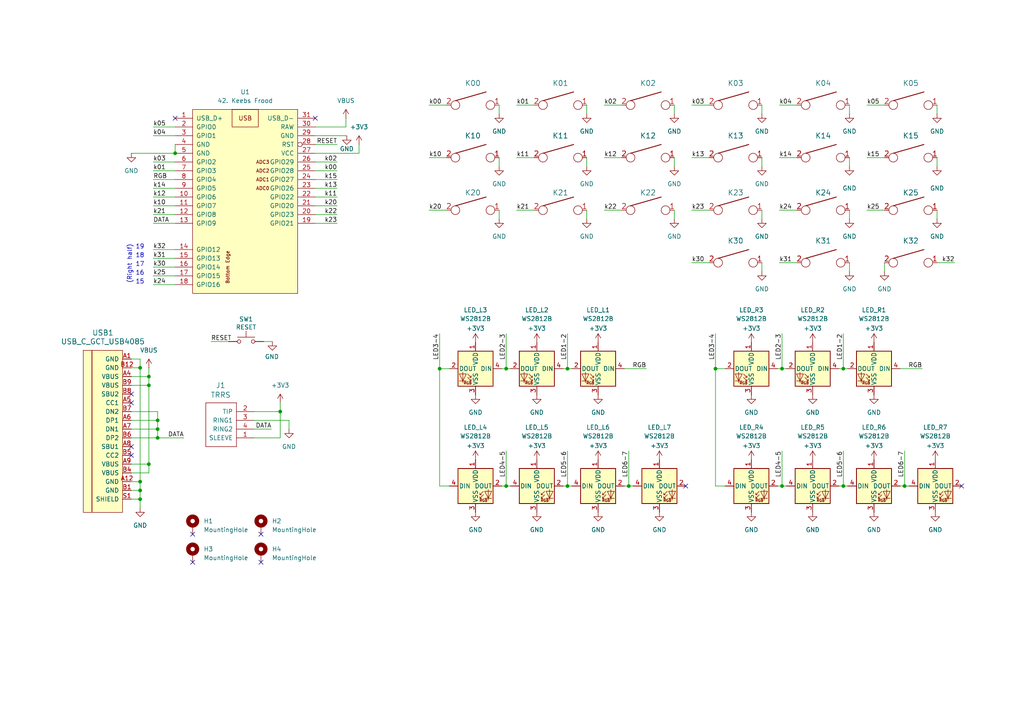
<source format=kicad_sch>
(kicad_sch (version 20231120) (generator "eeschema") (generator_version "8.0")
  (paper "A4")
  (title_block (rev "rev1.0"))
  (lib_symbols
    (symbol "42keebs:Frood" (pin_names (offset 1.016))
      (property "Reference" "U" (at -12.7 27.94 0))
      (property "Value" "Frood" (at 0 2.54 90))
      (symbol "Frood_0_0"
        (text "ADC0" (at 5.08 2.54 0) (effects (font (size 0.9906 0.9906))))
        (text "ADC1" (at 5.08 5.08 0) (effects (font (size 0.9906 0.9906))))
        (text "ADC2" (at 5.08 7.62 0) (effects (font (size 0.9906 0.9906))))
        (text "ADC3" (at 5.08 10.16 0) (effects (font (size 0.9906 0.9906))))
        (text "Bottom Edge" (at -5.08 -20.32 900) (effects (font (size 0.9906 0.9906))))
        (text "USB" (at 0 22.86 0) (effects (font (size 1.27 1.27))))
      )
      (symbol "Frood_0_1"
        (rectangle (start -15.24 25.4) (end 15.24 -27.94) (fill (type background)))
        (rectangle (start 3.81 25.4) (end -3.81 20.32))
      )
      (symbol "Frood_1_1"
        (pin bidirectional line (at -20.32 22.86 0) (length 5.08) (name "USB_D+") (number "1"))
        (pin bidirectional line (at -20.32 0 0) (length 5.08) (name "GPIO6") (number "10"))
        (pin bidirectional line (at -20.32 -2.54 0) (length 5.08) (name "GPIO7") (number "11"))
        (pin bidirectional line (at -20.32 -5.08 0) (length 5.08) (name "GPIO8") (number "12"))
        (pin bidirectional line (at -20.32 -7.62 0) (length 5.08) (name "GPIO9") (number "13"))
        (pin bidirectional line (at -20.32 -15.24 0) (length 5.08) (name "GPIO12") (number "14"))
        (pin bidirectional line (at -20.32 -17.78 0) (length 5.08) (name "GPIO13") (number "15"))
        (pin bidirectional line (at -20.32 -20.32 0) (length 5.08) (name "GPIO14") (number "16"))
        (pin bidirectional line (at -20.32 -22.86 0) (length 5.08) (name "GPIO15") (number "17"))
        (pin bidirectional line (at -20.32 -25.4 0) (length 5.08) (name "GPIO16") (number "18"))
        (pin bidirectional line (at 20.32 -7.62 180) (length 5.08) (name "GPIO21") (number "19"))
        (pin bidirectional line (at -20.32 20.32 0) (length 5.08) (name "GPIO0") (number "2"))
        (pin bidirectional line (at 20.32 -5.08 180) (length 5.08) (name "GPIO23") (number "20"))
        (pin bidirectional line (at 20.32 -2.54 180) (length 5.08) (name "GPIO20") (number "21"))
        (pin bidirectional line (at 20.32 0 180) (length 5.08) (name "GPIO22") (number "22"))
        (pin bidirectional line (at 20.32 2.54 180) (length 5.08) (name "GPIO26") (number "23"))
        (pin bidirectional line (at 20.32 5.08 180) (length 5.08) (name "GPIO27") (number "24"))
        (pin bidirectional line (at 20.32 7.62 180) (length 5.08) (name "GPIO28") (number "25"))
        (pin bidirectional line (at 20.32 10.16 180) (length 5.08) (name "GPIO29") (number "26"))
        (pin power_out line (at 20.32 12.7 180) (length 5.08) (name "VCC") (number "27"))
        (pin input inverted (at 20.32 15.24 180) (length 5.08) (name "RST") (number "28"))
        (pin power_out line (at 20.32 17.78 180) (length 5.08) (name "GND") (number "29"))
        (pin bidirectional line (at -20.32 17.78 0) (length 5.08) (name "GPIO1") (number "3"))
        (pin power_in line (at 20.32 20.32 180) (length 5.08) (name "RAW") (number "30"))
        (pin bidirectional line (at 20.32 22.86 180) (length 5.08) (name "USB_D-") (number "31"))
        (pin power_out line (at -20.32 15.24 0) (length 5.08) (name "GND") (number "4"))
        (pin power_out line (at -20.32 12.7 0) (length 5.08) (name "GND") (number "5"))
        (pin bidirectional line (at -20.32 10.16 0) (length 5.08) (name "GPIO2") (number "6"))
        (pin bidirectional line (at -20.32 7.62 0) (length 5.08) (name "GPIO3") (number "7"))
        (pin bidirectional line (at -20.32 5.08 0) (length 5.08) (name "GPIO4") (number "8"))
        (pin bidirectional line (at -20.32 2.54 0) (length 5.08) (name "GPIO5") (number "9"))
      )
    )
    (symbol "42keebs:USB_C_GCT_USB4085" (pin_names (offset 1.016))
      (property "Reference" "USB1" (at -4.255 26.286 0))
      (property "Value" "USB_C_GCT_USB4085" (at -4.2545 23.5789 0))
      (symbol "USB_C_GCT_USB4085_0_1"
        (rectangle (start -11.43 21.59) (end -8.89 -25.4) (fill (type background)))
        (rectangle (start 0 -25.4) (end -8.89 21.59) (fill (type background)))
      )
      (symbol "USB_C_GCT_USB4085_1_1"
        (pin input line (at 2.54 19.05 180) (length 2.54) (name "GND") (number "A1"))
        (pin input line (at 2.54 -16.51 180) (length 2.54) (name "GND") (number "A12"))
        (pin input line (at 2.54 13.97 180) (length 2.54) (name "VBUS") (number "A4"))
        (pin input line (at 2.54 6.35 180) (length 2.54) (name "CC1") (number "A5"))
        (pin input line (at 2.54 1.27 180) (length 2.54) (name "DP1") (number "A6"))
        (pin input line (at 2.54 -1.27 180) (length 2.54) (name "DN1") (number "A7"))
        (pin input line (at 2.54 -6.35 180) (length 2.54) (name "SBU1") (number "A8"))
        (pin input line (at 2.54 -11.43 180) (length 2.54) (name "VBUS") (number "A9"))
        (pin input line (at 2.54 -19.05 180) (length 2.54) (name "GND") (number "B1"))
        (pin input line (at 2.54 16.51 180) (length 2.54) (name "GND") (number "B12"))
        (pin input line (at 2.54 -13.97 180) (length 2.54) (name "VBUS") (number "B4"))
        (pin input line (at 2.54 -8.89 180) (length 2.54) (name "CC2") (number "B5"))
        (pin input line (at 2.54 -3.81 180) (length 2.54) (name "DP2") (number "B6"))
        (pin input line (at 2.54 3.81 180) (length 2.54) (name "DN2") (number "B7"))
        (pin input line (at 2.54 8.89 180) (length 2.54) (name "SBU2") (number "B8"))
        (pin input line (at 2.54 11.43 180) (length 2.54) (name "VBUS") (number "B9"))
        (pin input line (at 2.54 -21.59 180) (length 2.54) (name "SHIELD") (number "S1"))
      )
    )
    (symbol "LED:WS2812B" (pin_names (offset 0.254))
      (property "Reference" "D" (at 5.08 5.715 0))
      (property "Value" "WS2812B" (at 1.27 -5.715 0))
      (symbol "WS2812B_0_0"
        (text "RGB" (at 2.286 -4.191 0) (effects (font (size 0.762 0.762))))
      )
      (symbol "WS2812B_0_1"
        (polyline (pts (xy 1.27 -3.556) (xy 1.778 -3.556)))
        (polyline (pts (xy 1.27 -2.54) (xy 1.778 -2.54)))
        (polyline (pts (xy 4.699 -3.556) (xy 2.667 -3.556)))
        (polyline (pts (xy 2.286 -2.54) (xy 1.27 -3.556) (xy 1.27 -3.048)))
        (polyline (pts (xy 2.286 -1.524) (xy 1.27 -2.54) (xy 1.27 -2.032)))
        (polyline (pts (xy 3.683 -1.016) (xy 3.683 -3.556) (xy 3.683 -4.064)))
        (polyline (pts (xy 4.699 -1.524) (xy 2.667 -1.524) (xy 3.683 -3.556) (xy 4.699 -1.524)))
        (rectangle (start 5.08 5.08) (end -5.08 -5.08) (stroke (width 0.254)) (fill (type background)))
      )
      (symbol "WS2812B_1_1"
        (pin power_in line (at 0 7.62 270) (length 2.54) (name "VDD") (number "1"))
        (pin output line (at 7.62 0 180) (length 2.54) (name "DOUT") (number "2"))
        (pin power_in line (at 0 -7.62 90) (length 2.54) (name "VSS") (number "3"))
        (pin input line (at -7.62 0 0) (length 2.54) (name "DIN") (number "4"))
      )
    )
    (symbol "Mechanical:MountingHole_Pad" (pin_numbers hide) (pin_names (offset 1.016) hide)
      (property "Reference" "H" (at 0 6.35 0))
      (property "Value" "MountingHole_Pad" (at 0 4.445 0))
      (symbol "MountingHole_Pad_0_1"
        (circle (center 0 1.27) (radius 1.27) (stroke (width 1.27)))
      )
      (symbol "MountingHole_Pad_1_1"
        (pin input line (at 0 -2.54 90) (length 2.54) (name "1") (number "1"))
      )
    )
    (symbol "Switch:SW_Push" (pin_numbers hide) (pin_names (offset 1.016) hide)
      (property "Reference" "SW" (at 1.27 2.54 0))
      (property "Value" "SW_Push" (at 0 -1.524 0))
      (symbol "SW_Push_0_1"
        (circle (center -2.032 0) (radius 0.508))
        (polyline (pts (xy 0 1.27) (xy 0 3.048)))
        (polyline (pts (xy 2.54 1.27) (xy -2.54 1.27)))
        (circle (center 2.032 0) (radius 0.508))
        (pin passive line (at -5.08 0 0) (length 2.54) (name "1") (number "1"))
        (pin passive line (at 5.08 0 180) (length 2.54) (name "2") (number "2"))
      )
    )
    (symbol "keebio:TRRS" (pin_names (offset 1.016))
      (property "Reference" "U" (at 0 15.24 0))
      (property "Value" "TRRS" (at 0 -2.54 0))
      (symbol "TRRS_0_1"
        (rectangle (start -3.81 0) (end -3.81 12.7))
        (rectangle (start -3.81 12.7) (end 5.08 12.7))
        (rectangle (start 5.08 0) (end -3.81 0))
        (rectangle (start 5.08 12.7) (end 5.08 0))
      )
      (symbol "TRRS_1_1"
        (pin input line (at -8.89 2.54 0) (length 5.08) (name "SLEEVE") (number "1"))
        (pin input line (at -8.89 10.16 0) (length 5.08) (name "TIP") (number "2"))
        (pin input line (at -8.89 7.62 0) (length 5.08) (name "RING1") (number "3"))
        (pin input line (at -8.89 5.08 0) (length 5.08) (name "RING2") (number "4"))
      )
    )
    (symbol "keyboard_parts:KEYSW" (pin_names (offset 1.016))
      (property "Reference" "K?" (at -1.27 0 0))
      (symbol "KEYSW_0_1"
        (circle (center -5.08 0) (radius 1.27))
        (polyline (pts (xy -5.08 1.27) (xy 3.81 3.81)) (stroke (width 0.254)))
        (circle (center 5.08 0) (radius 1.27))
      )
      (symbol "KEYSW_1_1"
        (pin passive line (at 7.62 0 180) (length 1.27) (name "~") (number "1"))
        (pin passive line (at -7.62 0 0) (length 1.27) (name "~") (number "2"))
      )
    )
    (symbol "power:+3V3" (power) (pin_names (offset 0))
      (property "Value" "+3V3" (at 0 3.556 0))
      (symbol "+3V3_0_1"
        (polyline (pts (xy -0.762 1.27) (xy 0 2.54)))
        (polyline (pts (xy 0 0) (xy 0 2.54)))
        (polyline (pts (xy 0 2.54) (xy 0.762 1.27)))
      )
      (symbol "+3V3_1_1"
        (pin power_in line (at 0 0 90) (length 0) hide (name "+3V3") (number "1"))
      )
    )
    (symbol "power:GND" (power) (pin_names (offset 0))
      (property "Value" "GND" (at 0 -3.81 0))
      (symbol "GND_0_1"
        (polyline (pts (xy 0 0) (xy 0 -1.27) (xy 1.27 -1.27) (xy 0 -2.54) (xy -1.27 -1.27) (xy 0 -1.27)))
      )
      (symbol "GND_1_1"
        (pin power_in line (at 0 0 270) (length 0) hide (name "GND") (number "1"))
      )
    )
    (symbol "power:VBUS" (power) (pin_numbers hide) (pin_names (offset 0) hide)
      (property "Value" "VBUS" (at 0 3.556 0))
      (symbol "VBUS_0_1"
        (polyline (pts (xy -0.762 1.27) (xy 0 2.54)))
        (polyline (pts (xy 0 0) (xy 0 2.54)))
        (polyline (pts (xy 0 2.54) (xy 0.762 1.27)))
      )
      (symbol "VBUS_1_1"
        (pin power_in line (at 0 0 90) (length 0) (name "~") (number "1"))
      )
    )
  )
  (junction (at 40.64 106.68))
  (junction (at 244.602 140.97))
  (junction (at 127.508 106.934))
  (junction (at 40.64 142.24))
  (junction (at 226.822 106.934))
  (junction (at 40.64 144.78))
  (junction (at 43.18 111.76))
  (junction (at 50.8 44.45))
  (junction (at 45.72 121.92))
  (junction (at 146.812 140.97))
  (junction (at 182.372 140.97))
  (junction (at 244.602 106.934))
  (junction (at 45.72 124.46))
  (junction (at 262.382 140.97))
  (junction (at 45.72 127))
  (junction (at 81.28 119.38))
  (junction (at 207.518 106.934))
  (junction (at 43.18 134.62))
  (junction (at 164.592 140.97))
  (junction (at 43.18 109.22))
  (junction (at 40.64 139.7))
  (junction (at 146.812 106.934))
  (junction (at 226.822 140.97))
  (junction (at 164.592 106.934))
  (no_connect (at 55.88 163.068))
  (no_connect (at 50.8 34.29))
  (no_connect (at 55.88 154.94))
  (no_connect (at 38.1 114.3))
  (no_connect (at 278.892 140.97))
  (no_connect (at 75.692 154.94))
  (no_connect (at 91.44 34.29))
  (no_connect (at 198.882 140.97))
  (no_connect (at 38.1 116.84))
  (no_connect (at 75.692 163.068))
  (no_connect (at 38.1 132.08))
  (no_connect (at 38.1 129.54))
  (wire (pts (xy 149.86 60.96) (xy 154.94 60.96)))
  (wire (pts (xy 38.1 124.46) (xy 45.72 124.46)))
  (wire (pts (xy 44.45 57.15) (xy 50.8 57.15)))
  (wire (pts (xy 243.332 106.934) (xy 244.602 106.934)))
  (wire (pts (xy 244.602 106.934) (xy 245.872 106.934)))
  (wire (pts (xy 44.45 62.23) (xy 50.8 62.23)))
  (wire (pts (xy 200.66 45.72) (xy 205.74 45.72)))
  (wire (pts (xy 44.45 36.83) (xy 50.8 36.83)))
  (wire (pts (xy 244.602 96.774) (xy 244.602 106.934)))
  (wire (pts (xy 251.46 30.48) (xy 256.54 30.48)))
  (wire (pts (xy 38.1 127) (xy 45.72 127)))
  (wire (pts (xy 100.584 39.37) (xy 91.44 39.37)))
  (wire (pts (xy 163.322 106.934) (xy 164.592 106.934)))
  (wire (pts (xy 43.18 137.16) (xy 43.18 134.62)))
  (wire (pts (xy 210.312 106.934) (xy 207.518 106.934)))
  (wire (pts (xy 124.46 45.72) (xy 129.54 45.72)))
  (wire (pts (xy 200.66 60.96) (xy 205.74 60.96)))
  (wire (pts (xy 61.214 99.06) (xy 66.294 99.06)))
  (wire (pts (xy 149.86 45.72) (xy 154.94 45.72)))
  (wire (pts (xy 182.372 140.97) (xy 183.642 140.97)))
  (wire (pts (xy 38.1 109.22) (xy 43.18 109.22)))
  (wire (pts (xy 45.72 119.38) (xy 45.72 121.92)))
  (wire (pts (xy 91.44 36.83) (xy 100.33 36.83)))
  (wire (pts (xy 91.44 59.69) (xy 97.79 59.69)))
  (wire (pts (xy 225.552 140.97) (xy 226.822 140.97)))
  (wire (pts (xy 130.302 106.934) (xy 127.508 106.934)))
  (wire (pts (xy 226.822 106.934) (xy 228.092 106.934)))
  (wire (pts (xy 91.44 52.07) (xy 97.79 52.07)))
  (wire (pts (xy 175.26 60.96) (xy 180.34 60.96)))
  (wire (pts (xy 38.1 142.24) (xy 40.64 142.24)))
  (wire (pts (xy 44.45 39.37) (xy 50.8 39.37)))
  (wire (pts (xy 251.46 60.96) (xy 256.54 60.96)))
  (wire (pts (xy 38.1 44.45) (xy 50.8 44.45)))
  (wire (pts (xy 38.1 104.14) (xy 40.64 104.14)))
  (wire (pts (xy 195.58 63.5) (xy 195.58 60.96)))
  (wire (pts (xy 144.78 63.5) (xy 144.78 60.96)))
  (wire (pts (xy 246.38 48.26) (xy 246.38 45.72)))
  (wire (pts (xy 220.98 48.26) (xy 220.98 45.72)))
  (wire (pts (xy 144.78 48.26) (xy 144.78 45.72)))
  (wire (pts (xy 207.518 96.774) (xy 207.518 106.934)))
  (wire (pts (xy 175.26 45.72) (xy 180.34 45.72)))
  (wire (pts (xy 246.38 78.74) (xy 246.38 76.2)))
  (wire (pts (xy 243.332 140.97) (xy 244.602 140.97)))
  (wire (pts (xy 44.45 46.99) (xy 50.8 46.99)))
  (wire (pts (xy 50.8 41.91) (xy 50.8 44.45)))
  (wire (pts (xy 271.78 48.26) (xy 271.78 45.72)))
  (wire (pts (xy 40.64 144.78) (xy 40.64 147.32)))
  (wire (pts (xy 145.542 140.97) (xy 146.812 140.97)))
  (wire (pts (xy 127.508 96.774) (xy 127.508 106.934)))
  (wire (pts (xy 200.66 76.2) (xy 205.74 76.2)))
  (wire (pts (xy 44.45 59.69) (xy 50.8 59.69)))
  (wire (pts (xy 164.592 130.81) (xy 164.592 140.97)))
  (wire (pts (xy 44.45 77.47) (xy 50.8 77.47)))
  (wire (pts (xy 44.45 64.77) (xy 50.8 64.77)))
  (wire (pts (xy 226.06 45.72) (xy 231.14 45.72)))
  (wire (pts (xy 91.44 64.77) (xy 97.79 64.77)))
  (wire (pts (xy 100.33 36.83) (xy 100.33 34.29)))
  (wire (pts (xy 76.454 99.06) (xy 78.994 99.06)))
  (wire (pts (xy 200.66 30.48) (xy 205.74 30.48)))
  (wire (pts (xy 261.112 140.97) (xy 262.382 140.97)))
  (wire (pts (xy 262.382 130.81) (xy 262.382 140.97)))
  (wire (pts (xy 220.98 78.74) (xy 220.98 76.2)))
  (wire (pts (xy 91.44 54.61) (xy 97.79 54.61)))
  (wire (pts (xy 271.78 63.5) (xy 271.78 60.96)))
  (wire (pts (xy 124.46 60.96) (xy 129.54 60.96)))
  (wire (pts (xy 182.372 130.81) (xy 182.372 140.97)))
  (wire (pts (xy 144.78 33.02) (xy 144.78 30.48)))
  (wire (pts (xy 195.58 48.26) (xy 195.58 45.72)))
  (wire (pts (xy 170.18 63.5) (xy 170.18 60.96)))
  (wire (pts (xy 73.66 121.92) (xy 83.82 121.92)))
  (wire (pts (xy 83.82 124.46) (xy 83.82 121.92)))
  (wire (pts (xy 246.38 63.5) (xy 246.38 60.96)))
  (wire (pts (xy 225.552 106.934) (xy 226.822 106.934)))
  (wire (pts (xy 91.44 57.15) (xy 97.79 57.15)))
  (wire (pts (xy 226.822 140.97) (xy 228.092 140.97)))
  (wire (pts (xy 164.592 140.97) (xy 165.862 140.97)))
  (wire (pts (xy 43.18 111.76) (xy 43.18 109.22)))
  (wire (pts (xy 244.602 130.81) (xy 244.602 140.97)))
  (wire (pts (xy 91.44 41.91) (xy 97.79 41.91)))
  (wire (pts (xy 164.592 106.934) (xy 165.862 106.934)))
  (wire (pts (xy 207.518 140.97) (xy 210.312 140.97)))
  (wire (pts (xy 226.06 30.48) (xy 231.14 30.48)))
  (wire (pts (xy 124.46 30.48) (xy 129.54 30.48)))
  (wire (pts (xy 44.45 74.93) (xy 50.8 74.93)))
  (wire (pts (xy 73.66 124.46) (xy 78.74 124.46)))
  (wire (pts (xy 170.18 48.26) (xy 170.18 45.72)))
  (wire (pts (xy 187.452 106.934) (xy 181.102 106.934)))
  (wire (pts (xy 91.44 44.45) (xy 104.14 44.45)))
  (wire (pts (xy 38.1 134.62) (xy 43.18 134.62)))
  (wire (pts (xy 175.26 30.48) (xy 180.34 30.48)))
  (wire (pts (xy 226.822 130.81) (xy 226.822 140.97)))
  (wire (pts (xy 43.18 134.62) (xy 43.18 111.76)))
  (wire (pts (xy 40.64 142.24) (xy 40.64 144.78)))
  (wire (pts (xy 81.28 127) (xy 73.66 127)))
  (wire (pts (xy 38.1 144.78) (xy 40.64 144.78)))
  (wire (pts (xy 226.822 96.774) (xy 226.822 106.934)))
  (wire (pts (xy 146.812 130.81) (xy 146.812 140.97)))
  (wire (pts (xy 91.44 46.99) (xy 97.79 46.99)))
  (wire (pts (xy 262.382 140.97) (xy 263.652 140.97)))
  (wire (pts (xy 145.542 106.934) (xy 146.812 106.934)))
  (wire (pts (xy 91.44 62.23) (xy 97.79 62.23)))
  (wire (pts (xy 244.602 140.97) (xy 245.872 140.97)))
  (wire (pts (xy 40.64 106.68) (xy 40.64 139.7)))
  (wire (pts (xy 38.1 137.16) (xy 43.18 137.16)))
  (wire (pts (xy 81.28 116.84) (xy 81.28 119.38)))
  (wire (pts (xy 207.518 106.934) (xy 207.518 140.97)))
  (wire (pts (xy 73.66 119.38) (xy 81.28 119.38)))
  (wire (pts (xy 38.1 119.38) (xy 45.72 119.38)))
  (wire (pts (xy 38.1 139.7) (xy 40.64 139.7)))
  (wire (pts (xy 44.45 80.01) (xy 50.8 80.01)))
  (wire (pts (xy 267.462 106.934) (xy 261.112 106.934)))
  (wire (pts (xy 127.508 106.934) (xy 127.508 140.97)))
  (wire (pts (xy 146.812 140.97) (xy 148.082 140.97)))
  (wire (pts (xy 45.72 127) (xy 53.34 127)))
  (wire (pts (xy 81.28 119.38) (xy 81.28 127)))
  (wire (pts (xy 195.58 33.02) (xy 195.58 30.48)))
  (wire (pts (xy 251.46 45.72) (xy 256.54 45.72)))
  (wire (pts (xy 44.45 49.53) (xy 50.8 49.53)))
  (wire (pts (xy 163.322 140.97) (xy 164.592 140.97)))
  (wire (pts (xy 226.06 60.96) (xy 231.14 60.96)))
  (wire (pts (xy 170.18 33.02) (xy 170.18 30.48)))
  (wire (pts (xy 226.06 76.2) (xy 231.14 76.2)))
  (wire (pts (xy 104.14 41.91) (xy 104.14 44.45)))
  (wire (pts (xy 43.18 109.22) (xy 43.18 106.68)))
  (wire (pts (xy 271.78 33.02) (xy 271.78 30.48)))
  (wire (pts (xy 38.1 106.68) (xy 40.64 106.68)))
  (wire (pts (xy 45.72 124.46) (xy 45.72 127)))
  (wire (pts (xy 246.38 33.02) (xy 246.38 30.48)))
  (wire (pts (xy 276.86 76.2) (xy 271.78 76.2)))
  (wire (pts (xy 38.1 111.76) (xy 43.18 111.76)))
  (wire (pts (xy 44.45 72.39) (xy 50.8 72.39)))
  (wire (pts (xy 146.812 106.934) (xy 148.082 106.934)))
  (wire (pts (xy 181.102 140.97) (xy 182.372 140.97)))
  (wire (pts (xy 44.45 54.61) (xy 50.8 54.61)))
  (wire (pts (xy 220.98 33.02) (xy 220.98 30.48)))
  (wire (pts (xy 146.812 96.774) (xy 146.812 106.934)))
  (wire (pts (xy 40.64 104.14) (xy 40.64 106.68)))
  (wire (pts (xy 149.86 30.48) (xy 154.94 30.48)))
  (wire (pts (xy 164.592 96.774) (xy 164.592 106.934)))
  (wire (pts (xy 44.45 82.55) (xy 50.8 82.55)))
  (wire (pts (xy 44.45 52.07) (xy 50.8 52.07)))
  (wire (pts (xy 40.64 139.7) (xy 40.64 142.24)))
  (wire (pts (xy 256.54 78.74) (xy 256.54 76.2)))
  (wire (pts (xy 91.44 49.53) (xy 97.79 49.53)))
  (wire (pts (xy 45.72 121.92) (xy 45.72 124.46)))
  (wire (pts (xy 220.98 63.5) (xy 220.98 60.96)))
  (wire (pts (xy 127.508 140.97) (xy 130.302 140.97)))
  (wire (pts (xy 38.1 121.92) (xy 45.72 121.92)))
  (text "16" (at 41.91 80.01 0) (effects (font (size 1.27 1.27)) (justify right bottom)))
  (text "17" (at 41.91 77.47 0) (effects (font (size 1.27 1.27)) (justify right bottom)))
  (text "18" (at 41.91 74.93 0) (effects (font (size 1.27 1.27)) (justify right bottom)))
  (text "19" (at 41.91 72.39 0) (effects (font (size 1.27 1.27)) (justify right bottom)))
  (text "15" (at 41.91 82.55 0) (effects (font (size 1.27 1.27)) (justify right bottom)))
  (text "(Right half)" (at 38.354 70.866 90) (effects (font (size 1.27 1.27)) (justify right bottom)))
  (label "k20" (at 97.79 59.69 180))
  (label "LED2-3" (at 226.822 96.774 270))
  (label "DATA" (at 78.74 124.46 180))
  (label "k01" (at 44.45 49.53 0))
  (label "k03" (at 44.45 46.99 0))
  (label "k30" (at 200.66 76.2 0))
  (label "k02" (at 175.26 30.48 0))
  (label "LED2-3" (at 146.812 96.774 270))
  (label "k05" (at 44.45 36.83 0))
  (label "k04" (at 226.06 30.48 0))
  (label "LED6-7" (at 182.372 130.81 270))
  (label "LED4-5" (at 226.822 130.81 270))
  (label "k30" (at 44.45 77.47 0))
  (label "k11" (at 97.79 57.15 180))
  (label "LED1-2" (at 244.602 96.774 270))
  (label "k00" (at 124.46 30.48 0))
  (label "k10" (at 44.45 59.69 0))
  (label "k03" (at 200.66 30.48 0))
  (label "RESET" (at 61.214 99.06 0))
  (label "RGB" (at 44.45 52.07 0))
  (label "k15" (at 251.46 45.72 0))
  (label "k23" (at 200.66 60.96 0))
  (label "k32" (at 44.45 72.39 0))
  (label "LED1-2" (at 164.592 96.774 270))
  (label "k25" (at 44.45 80.01 0))
  (label "k24" (at 226.06 60.96 0))
  (label "DATA" (at 44.45 64.77 0))
  (label "k05" (at 251.46 30.48 0))
  (label "LED6-7" (at 262.382 130.81 270))
  (label "k22" (at 175.26 60.96 0))
  (label "LED3-4" (at 207.518 96.774 270))
  (label "k12" (at 44.45 57.15 0))
  (label "k01" (at 149.86 30.48 0))
  (label "k10" (at 124.46 45.72 0))
  (label "k00" (at 97.79 49.53 180))
  (label "RGB" (at 267.462 106.934 180))
  (label "LED3-4" (at 127.508 96.774 270))
  (label "k21" (at 44.45 62.23 0))
  (label "k31" (at 44.45 74.93 0))
  (label "k32" (at 276.86 76.2 180))
  (label "DATA" (at 53.34 127 180))
  (label "k15" (at 97.79 52.07 180))
  (label "k14" (at 226.06 45.72 0))
  (label "k12" (at 175.26 45.72 0))
  (label "LED5-6" (at 244.602 130.81 270))
  (label "k04" (at 44.45 39.37 0))
  (label "RGB" (at 187.452 106.934 180))
  (label "k11" (at 149.86 45.72 0))
  (label "k22" (at 97.79 62.23 180))
  (label "k02" (at 97.79 46.99 180))
  (label "k13" (at 97.79 54.61 180))
  (label "k24" (at 44.45 82.55 0))
  (label "LED4-5" (at 146.812 130.81 270))
  (label "k31" (at 226.06 76.2 0))
  (label "k13" (at 200.66 45.72 0))
  (label "k14" (at 44.45 54.61 0))
  (label "k21" (at 149.86 60.96 0))
  (label "RESET" (at 97.79 41.91 180))
  (label "k25" (at 251.46 60.96 0))
  (label "k23" (at 97.79 64.77 180))
  (label "LED5-6" (at 164.592 130.81 270))
  (label "k20" (at 124.46 60.96 0))
  (symbol (lib_id "power:GND") (at 253.492 148.59 0) (unit 1)
    (property "Reference" "#PWR08" (effects (hide yes)))
    (property "Value" "GND" (at 253.492 153.67 0))
  )
  (symbol (lib_id "keyboard_parts:KEYSW") (at 264.16 76.2 0) (unit 1)
    (property "Reference" "K32" (at 264.16 69.85 0) (effects (font (size 1.524 1.524))))
    (property "Value" "KEYSW" (effects (hide yes)))
    (property "Footprint" "42keebs:Kailh_MX_Socket-reversible-with-cutouts" (effects (hide yes)))
  )
  (symbol (lib_id "power:GND") (at 217.932 114.554 0) (unit 1)
    (property "Reference" "#PWR018" (effects (hide yes)))
    (property "Value" "GND" (at 217.932 119.634 0))
  )
  (symbol (lib_id "LED:WS2812B") (at 235.712 106.934 0) (mirror y) (unit 1)
    (property "Reference" "LED_R2" (at 235.712 89.916 0))
    (property "Value" "WS2812B" (at 235.712 92.456 0))
    (property "Footprint" "LED_SMD:LED_WS2812B_PLCC4_5.0x5.0mm_P3.2mm" (effects (hide yes)))
    (property "Datasheet" "https://cdn-shop.adafruit.com/datasheets/WS2812B.pdf" (effects (hide yes)))
  )
  (symbol (lib_id "LED:WS2812B") (at 173.482 106.934 0) (mirror y) (unit 1)
    (property "Reference" "LED_L1" (at 173.482 89.916 0))
    (property "Value" "WS2812B" (at 173.482 92.456 0))
    (property "Footprint" "LED_SMD:LED_WS2812B_PLCC4_5.0x5.0mm_P3.2mm" (effects (hide yes)))
    (property "Datasheet" "https://cdn-shop.adafruit.com/datasheets/WS2812B.pdf" (effects (hide yes)))
  )
  (symbol (lib_id "power:GND") (at 195.58 48.26 0) (unit 1)
    (property "Reference" "#PWR0104" (effects (hide yes)))
    (property "Value" "GND" (at 195.58 53.34 0))
  )
  (symbol (lib_id "Mechanical:MountingHole_Pad") (at 55.88 152.4 0) (unit 1)
    (property "Reference" "H1" (at 59.055 151.1299 0) (effects (justify left)))
    (property "Value" "MountingHole" (at 59.055 153.6699 0) (effects (justify left)))
    (property "Footprint" "cantor:Standoff_Hole" (effects (hide yes)))
  )
  (symbol (lib_id "power:GND") (at 235.712 148.59 0) (unit 1)
    (property "Reference" "#PWR06" (effects (hide yes)))
    (property "Value" "GND" (at 235.712 153.67 0))
  )
  (symbol (lib_id "power:+3V3") (at 271.272 133.35 0) (unit 1)
    (property "Reference" "#PWR025" (effects (hide yes)))
    (property "Value" "+3V3" (at 271.272 129.286 0))
  )
  (symbol (lib_id "power:GND") (at 173.482 148.59 0) (unit 1)
    (property "Reference" "#PWR016" (effects (hide yes)))
    (property "Value" "GND" (at 173.482 153.67 0))
  )
  (symbol (lib_id "power:GND") (at 217.932 148.59 0) (unit 1)
    (property "Reference" "#PWR020" (effects (hide yes)))
    (property "Value" "GND" (at 217.932 153.67 0))
  )
  (symbol (lib_id "power:GND") (at 191.262 148.59 0) (unit 1)
    (property "Reference" "#PWR028" (effects (hide yes)))
    (property "Value" "GND" (at 191.262 153.67 0))
  )
  (symbol (lib_id "keyboard_parts:KEYSW") (at 238.76 60.96 0) (unit 1)
    (property "Reference" "K24" (at 238.76 55.88 0) (effects (font (size 1.524 1.524))))
    (property "Value" "KEYSW" (effects (hide yes)))
    (property "Footprint" "42keebs:Kailh_MX_Socket-reversible-with-cutouts" (effects (hide yes)))
  )
  (symbol (lib_id "power:GND") (at 83.82 124.46 0) (unit 1)
    (property "Reference" "#PWR0126" (effects (hide yes)))
    (property "Value" "GND" (at 83.82 129.54 0))
  )
  (symbol (lib_id "keyboard_parts:KEYSW") (at 137.16 30.48 0) (unit 1)
    (property "Reference" "K00" (at 137.16 24.13 0) (effects (font (size 1.524 1.524))))
    (property "Value" "KEYSW" (effects (hide yes)))
    (property "Footprint" "42keebs:Kailh_MX_Socket-reversible-with-cutouts" (effects (hide yes)))
  )
  (symbol (lib_id "42keebs:USB_C_GCT_USB4085") (at 35.56 123.19 0) (unit 1)
    (property "Reference" "USB1" (at 29.845 96.52 0) (effects (font (size 1.524 1.524))))
    (property "Value" "USB_C_GCT_USB4085" (at 29.845 99.06 0) (effects (font (size 1.524 1.524))))
    (property "Footprint" "42keebs:USB_C_GCT_USB4085-offset-pads-double-sided-with-cutouts" (effects (hide yes)))
  )
  (symbol (lib_id "keyboard_parts:KEYSW") (at 264.16 45.72 0) (unit 1)
    (property "Reference" "K15" (at 264.16 39.37 0) (effects (font (size 1.524 1.524))))
    (property "Value" "KEYSW" (effects (hide yes)))
    (property "Footprint" "42keebs:Kailh_MX_Socket-reversible-with-cutouts" (effects (hide yes)))
  )
  (symbol (lib_id "power:+3V3") (at 155.702 99.314 0) (unit 1)
    (property "Reference" "#PWR09" (effects (hide yes)))
    (property "Value" "+3V3" (at 155.702 95.25 0))
  )
  (symbol (lib_id "LED:WS2812B") (at 253.492 106.934 0) (mirror y) (unit 1)
    (property "Reference" "LED_R1" (at 253.492 89.916 0))
    (property "Value" "WS2812B" (at 253.492 92.456 0))
    (property "Footprint" "LED_SMD:LED_WS2812B_PLCC4_5.0x5.0mm_P3.2mm" (effects (hide yes)))
    (property "Datasheet" "https://cdn-shop.adafruit.com/datasheets/WS2812B.pdf" (effects (hide yes)))
  )
  (symbol (lib_id "Mechanical:MountingHole_Pad") (at 75.692 152.4 0) (unit 1)
    (property "Reference" "H2" (at 78.867 151.1299 0) (effects (justify left)))
    (property "Value" "MountingHole" (at 78.867 153.6699 0) (effects (justify left)))
    (property "Footprint" "cantor:Standoff_Hole" (effects (hide yes)))
  )
  (symbol (lib_id "power:+3V3") (at 191.262 133.35 0) (unit 1)
    (property "Reference" "#PWR027" (effects (hide yes)))
    (property "Value" "+3V3" (at 191.262 129.286 0))
  )
  (symbol (lib_id "power:GND") (at 144.78 48.26 0) (unit 1)
    (property "Reference" "#PWR0107" (effects (hide yes)))
    (property "Value" "GND" (at 144.78 53.34 0))
  )
  (symbol (lib_id "power:GND") (at 195.58 63.5 0) (unit 1)
    (property "Reference" "#PWR0105" (effects (hide yes)))
    (property "Value" "GND" (at 195.58 68.58 0))
  )
  (symbol (lib_id "LED:WS2812B") (at 271.272 140.97 0) (unit 1)
    (property "Reference" "LED_R7" (at 271.272 123.952 0))
    (property "Value" "WS2812B" (at 271.272 126.492 0))
    (property "Footprint" "LED_SMD:LED_WS2812B_PLCC4_5.0x5.0mm_P3.2mm" (effects (hide yes)))
    (property "Datasheet" "https://cdn-shop.adafruit.com/datasheets/WS2812B.pdf" (effects (hide yes)))
  )
  (symbol (lib_id "LED:WS2812B") (at 217.932 106.934 0) (mirror y) (unit 1)
    (property "Reference" "LED_R3" (at 217.932 89.916 0))
    (property "Value" "WS2812B" (at 217.932 92.456 0))
    (property "Footprint" "LED_SMD:LED_WS2812B_PLCC4_5.0x5.0mm_P3.2mm" (effects (hide yes)))
    (property "Datasheet" "https://cdn-shop.adafruit.com/datasheets/WS2812B.pdf" (effects (hide yes)))
  )
  (symbol (lib_id "LED:WS2812B") (at 235.712 140.97 0) (unit 1)
    (property "Reference" "LED_R5" (at 235.712 123.952 0))
    (property "Value" "WS2812B" (at 235.712 126.492 0))
    (property "Footprint" "LED_SMD:LED_WS2812B_PLCC4_5.0x5.0mm_P3.2mm" (effects (hide yes)))
    (property "Datasheet" "https://cdn-shop.adafruit.com/datasheets/WS2812B.pdf" (effects (hide yes)))
  )
  (symbol (lib_id "keyboard_parts:KEYSW") (at 213.36 30.48 0) (unit 1)
    (property "Reference" "K03" (at 213.36 24.13 0) (effects (font (size 1.524 1.524))))
    (property "Value" "KEYSW" (effects (hide yes)))
    (property "Footprint" "42keebs:Kailh_MX_Socket-reversible-with-cutouts" (effects (hide yes)))
  )
  (symbol (lib_id "power:GND") (at 246.38 63.5 0) (unit 1)
    (property "Reference" "#PWR0121" (effects (hide yes)))
    (property "Value" "GND" (at 246.38 68.58 0))
  )
  (symbol (lib_id "power:GND") (at 271.272 148.59 0) (unit 1)
    (property "Reference" "#PWR026" (effects (hide yes)))
    (property "Value" "GND" (at 271.272 153.67 0))
  )
  (symbol (lib_id "LED:WS2812B") (at 137.922 106.934 0) (mirror y) (unit 1)
    (property "Reference" "LED_L3" (at 137.922 89.916 0))
    (property "Value" "WS2812B" (at 137.922 92.456 0))
    (property "Footprint" "LED_SMD:LED_WS2812B_PLCC4_5.0x5.0mm_P3.2mm" (effects (hide yes)))
    (property "Datasheet" "https://cdn-shop.adafruit.com/datasheets/WS2812B.pdf" (effects (hide yes)))
  )
  (symbol (lib_id "keyboard_parts:KEYSW") (at 187.96 30.48 0) (unit 1)
    (property "Reference" "K02" (at 187.96 24.13 0) (effects (font (size 1.524 1.524))))
    (property "Value" "KEYSW" (effects (hide yes)))
    (property "Footprint" "42keebs:Kailh_MX_Socket-reversible-with-cutouts" (effects (hide yes)))
  )
  (symbol (lib_id "keyboard_parts:KEYSW") (at 162.56 45.72 0) (unit 1)
    (property "Reference" "K11" (at 162.56 39.37 0) (effects (font (size 1.524 1.524))))
    (property "Value" "KEYSW" (effects (hide yes)))
    (property "Footprint" "42keebs:Kailh_MX_Socket-reversible-with-cutouts" (effects (hide yes)))
  )
  (symbol (lib_id "power:+3V3") (at 217.932 99.314 0) (unit 1)
    (property "Reference" "#PWR017" (effects (hide yes)))
    (property "Value" "+3V3" (at 217.932 95.25 0))
  )
  (symbol (lib_id "power:+3V3") (at 235.712 99.314 0) (unit 1)
    (property "Reference" "#PWR03" (effects (hide yes)))
    (property "Value" "+3V3" (at 235.712 95.25 0))
  )
  (symbol (lib_id "power:+3V3") (at 155.702 133.35 0) (unit 1)
    (property "Reference" "#PWR011" (effects (hide yes)))
    (property "Value" "+3V3" (at 155.702 129.286 0))
  )
  (symbol (lib_id "power:+3V3") (at 235.712 133.35 0) (unit 1)
    (property "Reference" "#PWR05" (effects (hide yes)))
    (property "Value" "+3V3" (at 235.712 129.286 0))
  )
  (symbol (lib_id "LED:WS2812B") (at 155.702 106.934 0) (mirror y) (unit 1)
    (property "Reference" "LED_L2" (at 155.702 89.916 0))
    (property "Value" "WS2812B" (at 155.702 92.456 0))
    (property "Footprint" "LED_SMD:LED_WS2812B_PLCC4_5.0x5.0mm_P3.2mm" (effects (hide yes)))
    (property "Datasheet" "https://cdn-shop.adafruit.com/datasheets/WS2812B.pdf" (effects (hide yes)))
  )
  (symbol (lib_id "keyboard_parts:KEYSW") (at 187.96 60.96 0) (unit 1)
    (property "Reference" "K22" (at 187.96 55.88 0) (effects (font (size 1.524 1.524))))
    (property "Value" "KEYSW" (effects (hide yes)))
    (property "Footprint" "42keebs:Kailh_MX_Socket-reversible-with-cutouts" (effects (hide yes)))
  )
  (symbol (lib_id "power:+3V3") (at 253.492 99.314 0) (unit 1)
    (property "Reference" "#PWR01" (effects (hide yes)))
    (property "Value" "+3V3" (at 253.492 95.25 0))
  )
  (symbol (lib_id "power:GND") (at 271.78 33.02 0) (unit 1)
    (property "Reference" "#PWR0115" (effects (hide yes)))
    (property "Value" "GND" (at 271.78 38.1 0))
  )
  (symbol (lib_id "power:GND") (at 271.78 63.5 0) (unit 1)
    (property "Reference" "#PWR0118" (effects (hide yes)))
    (property "Value" "GND" (at 271.78 68.58 0))
  )
  (symbol (lib_id "power:GND") (at 256.54 78.74 0) (unit 1)
    (property "Reference" "#PWR0117" (effects (hide yes)))
    (property "Value" "GND" (at 256.54 83.82 0))
  )
  (symbol (lib_id "42keebs:Frood") (at 71.12 57.15 0) (unit 1)
    (property "Reference" "U1" (at 71.12 26.67 0))
    (property "Value" "42. Keebs Frood" (at 71.12 29.21 0))
    (property "Footprint" "42keebs:Frood_PinHeader_2x12+5_P2.54mm_Dual_VAligned" (effects (hide yes)))
  )
  (symbol (lib_id "power:GND") (at 155.702 148.59 0) (unit 1)
    (property "Reference" "#PWR012" (effects (hide yes)))
    (property "Value" "GND" (at 155.702 153.67 0))
  )
  (symbol (lib_id "power:GND") (at 40.64 147.32 0) (unit 1)
    (property "Reference" "#PWR029" (effects (hide yes)))
    (property "Value" "GND" (at 40.64 152.4 0))
  )
  (symbol (lib_id "power:GND") (at 246.38 48.26 0) (unit 1)
    (property "Reference" "#PWR0119" (effects (hide yes)))
    (property "Value" "GND" (at 246.38 54.61 0))
  )
  (symbol (lib_id "power:GND") (at 170.18 63.5 0) (unit 1)
    (property "Reference" "#PWR0101" (effects (hide yes)))
    (property "Value" "GND" (at 170.18 68.58 0))
  )
  (symbol (lib_id "keyboard_parts:KEYSW") (at 238.76 30.48 0) (unit 1)
    (property "Reference" "K04" (at 238.76 24.13 0) (effects (font (size 1.524 1.524))))
    (property "Value" "KEYSW" (effects (hide yes)))
    (property "Footprint" "42keebs:Kailh_MX_Socket-reversible-with-cutouts" (effects (hide yes)))
  )
  (symbol (lib_id "power:GND") (at 155.702 114.554 0) (unit 1)
    (property "Reference" "#PWR010" (effects (hide yes)))
    (property "Value" "GND" (at 155.702 119.634 0))
  )
  (symbol (lib_id "power:GND") (at 246.38 78.74 0) (unit 1)
    (property "Reference" "#PWR0120" (effects (hide yes)))
    (property "Value" "GND" (at 246.38 83.82 0))
  )
  (symbol (lib_id "power:VBUS") (at 100.33 34.29 0) (unit 1)
    (property "Reference" "#PWR030" (effects (hide yes)))
    (property "Value" "VBUS" (at 100.33 29.21 0))
    (property "Description" "Power symbol creates a global label with name \"VBUS\"" (effects (hide yes)))
  )
  (symbol (lib_id "Mechanical:MountingHole_Pad") (at 55.88 160.528 0) (unit 1)
    (property "Reference" "H3" (at 59.055 159.2579 0) (effects (justify left)))
    (property "Value" "MountingHole" (at 59.055 161.7979 0) (effects (justify left)))
    (property "Footprint" "cantor:Standoff_Hole" (effects (hide yes)))
  )
  (symbol (lib_id "keyboard_parts:KEYSW") (at 213.36 76.2 0) (unit 1)
    (property "Reference" "K30" (at 213.36 69.85 0) (effects (font (size 1.524 1.524))))
    (property "Value" "KEYSW" (effects (hide yes)))
    (property "Footprint" "42keebs:Kailh_MX_Socket-reversible-with-cutouts" (effects (hide yes)))
  )
  (symbol (lib_id "power:GND") (at 246.38 33.02 0) (unit 1)
    (property "Reference" "#PWR0112" (effects (hide yes)))
    (property "Value" "GND" (at 246.38 38.1 0))
  )
  (symbol (lib_id "LED:WS2812B") (at 137.922 140.97 0) (unit 1)
    (property "Reference" "LED_L4" (at 137.922 123.952 0))
    (property "Value" "WS2812B" (at 137.922 126.492 0))
    (property "Footprint" "LED_SMD:LED_WS2812B_PLCC4_5.0x5.0mm_P3.2mm" (effects (hide yes)))
    (property "Datasheet" "https://cdn-shop.adafruit.com/datasheets/WS2812B.pdf" (effects (hide yes)))
  )
  (symbol (lib_id "power:+3V3") (at 173.482 133.35 0) (unit 1)
    (property "Reference" "#PWR015" (effects (hide yes)))
    (property "Value" "+3V3" (at 173.482 129.286 0))
  )
  (symbol (lib_id "power:GND") (at 235.712 114.554 0) (unit 1)
    (property "Reference" "#PWR04" (effects (hide yes)))
    (property "Value" "GND" (at 235.712 119.634 0))
  )
  (symbol (lib_id "power:+3V3") (at 173.482 99.314 0) (unit 1)
    (property "Reference" "#PWR013" (effects (hide yes)))
    (property "Value" "+3V3" (at 173.482 95.25 0))
  )
  (symbol (lib_id "keebio:TRRS") (at 64.77 129.54 0) (mirror y) (unit 1)
    (property "Reference" "J1" (at 64.008 111.76 0) (effects (font (size 1.524 1.524))))
    (property "Value" "TRRS" (at 64.008 114.554 0) (effects (font (size 1.524 1.524))))
    (property "Footprint" "42keebs:TRRS-PJ-320A-reversible-symmetric" (effects (hide yes)))
  )
  (symbol (lib_id "power:+3V3") (at 137.922 133.35 0) (unit 1)
    (property "Reference" "#PWR023" (effects (hide yes)))
    (property "Value" "+3V3" (at 137.922 129.286 0))
  )
  (symbol (lib_id "power:+3V3") (at 81.28 116.84 0) (unit 1)
    (property "Reference" "#PWR032" (effects (hide yes)))
    (property "Value" "+3V3" (at 81.28 111.76 0))
  )
  (symbol (lib_id "power:GND") (at 78.994 99.06 0) (mirror y) (unit 1)
    (property "Reference" "#PWR0125" (effects (hide yes)))
    (property "Value" "GND" (at 78.867 103.4542 0))
  )
  (symbol (lib_id "power:GND") (at 137.922 148.59 0) (unit 1)
    (property "Reference" "#PWR024" (effects (hide yes)))
    (property "Value" "GND" (at 137.922 153.67 0))
  )
  (symbol (lib_id "Switch:SW_Push") (at 71.374 99.06 0) (mirror y) (unit 1)
    (property "Reference" "SW1" (at 71.374 92.583 0))
    (property "Value" "RESET" (at 71.374 94.8944 0))
    (property "Footprint" "cantor:TACT_SWITCH_TVBP06" (effects (hide yes)))
  )
  (symbol (lib_id "keyboard_parts:KEYSW") (at 137.16 60.96 0) (unit 1)
    (property "Reference" "K20" (at 137.16 55.88 0) (effects (font (size 1.524 1.524))))
    (property "Value" "KEYSW" (effects (hide yes)))
    (property "Footprint" "42keebs:Kailh_MX_Socket-reversible-with-cutouts" (effects (hide yes)))
  )
  (symbol (lib_id "power:GND") (at 271.78 48.26 0) (unit 1)
    (property "Reference" "#PWR0116" (effects (hide yes)))
    (property "Value" "GND" (at 271.78 54.61 0))
  )
  (symbol (lib_id "LED:WS2812B") (at 155.702 140.97 0) (unit 1)
    (property "Reference" "LED_L5" (at 155.702 123.952 0))
    (property "Value" "WS2812B" (at 155.702 126.492 0))
    (property "Footprint" "LED_SMD:LED_WS2812B_PLCC4_5.0x5.0mm_P3.2mm" (effects (hide yes)))
    (property "Datasheet" "https://cdn-shop.adafruit.com/datasheets/WS2812B.pdf" (effects (hide yes)))
  )
  (symbol (lib_id "power:+3V3") (at 137.922 99.314 0) (unit 1)
    (property "Reference" "#PWR021" (effects (hide yes)))
    (property "Value" "+3V3" (at 137.922 95.25 0))
  )
  (symbol (lib_id "keyboard_parts:KEYSW") (at 213.36 60.96 0) (unit 1)
    (property "Reference" "K23" (at 213.36 55.88 0) (effects (font (size 1.524 1.524))))
    (property "Value" "KEYSW" (effects (hide yes)))
    (property "Footprint" "42keebs:Kailh_MX_Socket-reversible-with-cutouts" (effects (hide yes)))
  )
  (symbol (lib_id "power:VBUS") (at 43.18 106.68 0) (unit 1)
    (property "Reference" "#PWR031" (effects (hide yes)))
    (property "Value" "VBUS" (at 43.18 101.6 0))
    (property "Description" "Power symbol creates a global label with name \"VBUS\"" (effects (hide yes)))
  )
  (symbol (lib_id "Mechanical:MountingHole_Pad") (at 75.692 160.528 0) (unit 1)
    (property "Reference" "H4" (at 78.867 159.2579 0) (effects (justify left)))
    (property "Value" "MountingHole" (at 78.867 161.7979 0) (effects (justify left)))
    (property "Footprint" "cantor:Standoff_Hole" (effects (hide yes)))
  )
  (symbol (lib_id "keyboard_parts:KEYSW") (at 137.16 45.72 0) (unit 1)
    (property "Reference" "K10" (at 137.16 39.37 0) (effects (font (size 1.524 1.524))))
    (property "Value" "KEYSW" (effects (hide yes)))
    (property "Footprint" "42keebs:Kailh_MX_Socket-reversible-with-cutouts" (effects (hide yes)))
  )
  (symbol (lib_id "keyboard_parts:KEYSW") (at 162.56 30.48 0) (unit 1)
    (property "Reference" "K01" (at 162.56 24.13 0) (effects (font (size 1.524 1.524))))
    (property "Value" "KEYSW" (effects (hide yes)))
    (property "Footprint" "42keebs:Kailh_MX_Socket-reversible-with-cutouts" (effects (hide yes)))
  )
  (symbol (lib_id "keyboard_parts:KEYSW") (at 264.16 60.96 0) (unit 1)
    (property "Reference" "K25" (at 264.16 55.88 0) (effects (font (size 1.524 1.524))))
    (property "Value" "KEYSW" (effects (hide yes)))
    (property "Footprint" "42keebs:Kailh_MX_Socket-reversible-with-cutouts" (effects (hide yes)))
  )
  (symbol (lib_id "keyboard_parts:KEYSW") (at 238.76 76.2 0) (unit 1)
    (property "Reference" "K31" (at 238.76 69.85 0) (effects (font (size 1.524 1.524))))
    (property "Value" "KEYSW" (effects (hide yes)))
    (property "Footprint" "42keebs:Kailh_MX_Socket-reversible-with-cutouts" (effects (hide yes)))
  )
  (symbol (lib_id "power:+3V3") (at 253.492 133.35 0) (unit 1)
    (property "Reference" "#PWR07" (effects (hide yes)))
    (property "Value" "+3V3" (at 253.492 129.286 0))
  )
  (symbol (lib_id "power:GND") (at 220.98 33.02 0) (unit 1)
    (property "Reference" "#PWR0123" (effects (hide yes)))
    (property "Value" "GND" (at 220.98 38.1 0))
  )
  (symbol (lib_id "keyboard_parts:KEYSW") (at 238.76 45.72 0) (unit 1)
    (property "Reference" "K14" (at 238.76 39.37 0) (effects (font (size 1.524 1.524))))
    (property "Value" "KEYSW" (effects (hide yes)))
    (property "Footprint" "42keebs:Kailh_MX_Socket-reversible-with-cutouts" (effects (hide yes)))
  )
  (symbol (lib_id "power:GND") (at 173.482 114.554 0) (unit 1)
    (property "Reference" "#PWR014" (effects (hide yes)))
    (property "Value" "GND" (at 173.482 119.634 0))
  )
  (symbol (lib_id "power:GND") (at 144.78 33.02 0) (unit 1)
    (property "Reference" "#PWR0109" (effects (hide yes)))
    (property "Value" "GND" (at 144.78 38.1 0))
  )
  (symbol (lib_id "power:GND") (at 253.492 114.554 0) (unit 1)
    (property "Reference" "#PWR02" (effects (hide yes)))
    (property "Value" "GND" (at 253.492 119.634 0))
  )
  (symbol (lib_id "LED:WS2812B") (at 217.932 140.97 0) (unit 1)
    (property "Reference" "LED_R4" (at 217.932 123.952 0))
    (property "Value" "WS2812B" (at 217.932 126.492 0))
    (property "Footprint" "LED_SMD:LED_WS2812B_PLCC4_5.0x5.0mm_P3.2mm" (effects (hide yes)))
    (property "Datasheet" "https://cdn-shop.adafruit.com/datasheets/WS2812B.pdf" (effects (hide yes)))
  )
  (symbol (lib_id "power:GND") (at 38.1 44.45 0) (unit 1)
    (property "Reference" "#PWR0124" (effects (hide yes)))
    (property "Value" "GND" (at 38.1 49.53 0))
  )
  (symbol (lib_id "LED:WS2812B") (at 173.482 140.97 0) (unit 1)
    (property "Reference" "LED_L6" (at 173.482 123.952 0))
    (property "Value" "WS2812B" (at 173.482 126.492 0))
    (property "Footprint" "LED_SMD:LED_WS2812B_PLCC4_5.0x5.0mm_P3.2mm" (effects (hide yes)))
    (property "Datasheet" "https://cdn-shop.adafruit.com/datasheets/WS2812B.pdf" (effects (hide yes)))
  )
  (symbol (lib_id "keyboard_parts:KEYSW") (at 213.36 45.72 0) (unit 1)
    (property "Reference" "K13" (at 213.36 39.37 0) (effects (font (size 1.524 1.524))))
    (property "Value" "KEYSW" (effects (hide yes)))
    (property "Footprint" "42keebs:Kailh_MX_Socket-reversible-with-cutouts" (effects (hide yes)))
  )
  (symbol (lib_id "power:+3V3") (at 104.14 41.91 0) (unit 1)
    (property "Reference" "#PWR0111" (effects (hide yes)))
    (property "Value" "+3V3" (at 104.14 36.83 0))
  )
  (symbol (lib_id "power:GND") (at 195.58 33.02 0) (unit 1)
    (property "Reference" "#PWR0103" (effects (hide yes)))
    (property "Value" "GND" (at 195.58 38.1 0))
  )
  (symbol (lib_id "power:GND") (at 220.98 48.26 0) (unit 1)
    (property "Reference" "#PWR0122" (effects (hide yes)))
    (property "Value" "GND" (at 220.98 53.34 0))
  )
  (symbol (lib_id "LED:WS2812B") (at 191.262 140.97 0) (unit 1)
    (property "Reference" "LED_L7" (at 191.262 123.952 0))
    (property "Value" "WS2812B" (at 191.262 126.492 0))
    (property "Footprint" "LED_SMD:LED_WS2812B_PLCC4_5.0x5.0mm_P3.2mm" (effects (hide yes)))
    (property "Datasheet" "https://cdn-shop.adafruit.com/datasheets/WS2812B.pdf" (effects (hide yes)))
  )
  (symbol (lib_id "keyboard_parts:KEYSW") (at 162.56 60.96 0) (unit 1)
    (property "Reference" "K21" (at 162.56 55.88 0) (effects (font (size 1.524 1.524))))
    (property "Value" "KEYSW" (effects (hide yes)))
    (property "Footprint" "42keebs:Kailh_MX_Socket-reversible-with-cutouts" (effects (hide yes)))
  )
  (symbol (lib_id "keyboard_parts:KEYSW") (at 187.96 45.72 0) (unit 1)
    (property "Reference" "K12" (at 187.96 39.37 0) (effects (font (size 1.524 1.524))))
    (property "Value" "KEYSW" (effects (hide yes)))
    (property "Footprint" "42keebs:Kailh_MX_Socket-reversible-with-cutouts" (effects (hide yes)))
  )
  (symbol (lib_id "power:GND") (at 220.98 78.74 0) (unit 1)
    (property "Reference" "#PWR0113" (effects (hide yes)))
    (property "Value" "GND" (at 220.98 83.82 0))
  )
  (symbol (lib_id "power:+3V3") (at 217.932 133.35 0) (unit 1)
    (property "Reference" "#PWR019" (effects (hide yes)))
    (property "Value" "+3V3" (at 217.932 129.286 0))
  )
  (symbol (lib_id "power:GND") (at 170.18 33.02 0) (unit 1)
    (property "Reference" "#PWR0106" (effects (hide yes)))
    (property "Value" "GND" (at 170.18 38.1 0))
  )
  (symbol (lib_id "power:GND") (at 170.18 48.26 0) (unit 1)
    (property "Reference" "#PWR0102" (effects (hide yes)))
    (property "Value" "GND" (at 170.18 53.34 0))
  )
  (symbol (lib_id "LED:WS2812B") (at 253.492 140.97 0) (unit 1)
    (property "Reference" "LED_R6" (at 253.492 123.952 0))
    (property "Value" "WS2812B" (at 253.492 126.492 0))
    (property "Footprint" "LED_SMD:LED_WS2812B_PLCC4_5.0x5.0mm_P3.2mm" (effects (hide yes)))
    (property "Datasheet" "https://cdn-shop.adafruit.com/datasheets/WS2812B.pdf" (effects (hide yes)))
  )
  (symbol (lib_id "power:GND") (at 220.98 63.5 0) (unit 1)
    (property "Reference" "#PWR0114" (effects (hide yes)))
    (property "Value" "GND" (at 220.98 68.58 0))
  )
  (symbol (lib_id "power:GND") (at 144.78 63.5 0) (unit 1)
    (property "Reference" "#PWR0108" (effects (hide yes)))
    (property "Value" "GND" (at 144.78 68.58 0))
  )
  (symbol (lib_id "power:GND") (at 137.922 114.554 0) (unit 1)
    (property "Reference" "#PWR022" (effects (hide yes)))
    (property "Value" "GND" (at 137.922 119.634 0))
  )
  (symbol (lib_id "power:GND") (at 100.584 39.37 0) (unit 1)
    (property "Reference" "#PWR0110" (effects (hide yes)))
    (property "Value" "GND" (at 100.584 43.18 0))
  )
  (symbol (lib_id "keyboard_parts:KEYSW") (at 264.16 30.48 0) (unit 1)
    (property "Reference" "K05" (at 264.16 24.13 0) (effects (font (size 1.524 1.524))))
    (property "Value" "KEYSW" (effects (hide yes)))
    (property "Footprint" "42keebs:Kailh_MX_Socket-reversible-with-cutouts" (effects (hide yes)))
  )
)
</source>
